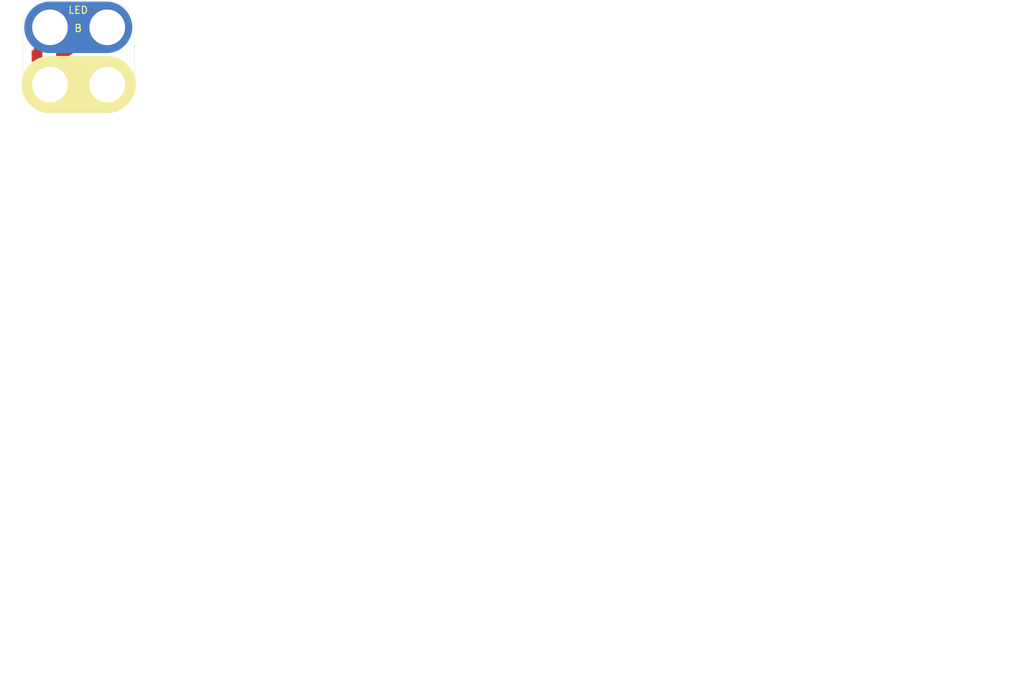
<source format=kicad_pcb>
(kicad_pcb (version 4) (host pcbnew 4.0.7-e2-6376~58~ubuntu16.04.1)

  (general
    (links 0)
    (no_connects 0)
    (area 0 0 0 0)
    (thickness 1.6)
    (drawings 2)
    (tracks 0)
    (zones 0)
    (modules 1)
    (nets 1)
  )

  (page USLetter)
  (title_block
    (title "2x2 Current-Limited Blue SMT LED Module")
    (date "08 May 2018")
    (rev 1.0)
    (company "All rights reserved.")
    (comment 1 help@browndoggadgets.com)
    (comment 2 http://browndoggadgets.com/)
    (comment 3 "Brown Dog Gadgets")
  )

  (layers
    (0 F.Cu signal)
    (31 B.Cu signal)
    (34 B.Paste user)
    (35 F.Paste user)
    (36 B.SilkS user)
    (37 F.SilkS user)
    (38 B.Mask user)
    (39 F.Mask user)
    (40 Dwgs.User user)
    (44 Edge.Cuts user)
    (46 B.CrtYd user)
    (47 F.CrtYd user)
    (48 B.Fab user)
    (49 F.Fab user)
  )

  (setup
    (last_trace_width 0.254)
    (user_trace_width 0.1524)
    (user_trace_width 0.254)
    (user_trace_width 0.3302)
    (user_trace_width 0.508)
    (user_trace_width 0.762)
    (user_trace_width 1.27)
    (trace_clearance 0.254)
    (zone_clearance 0.508)
    (zone_45_only no)
    (trace_min 0.1524)
    (segment_width 0.1524)
    (edge_width 0.1524)
    (via_size 0.6858)
    (via_drill 0.3302)
    (via_min_size 0.6858)
    (via_min_drill 0.3302)
    (user_via 0.6858 0.3302)
    (user_via 0.762 0.4064)
    (user_via 0.8636 0.508)
    (uvia_size 0.6858)
    (uvia_drill 0.3302)
    (uvias_allowed no)
    (uvia_min_size 0)
    (uvia_min_drill 0)
    (pcb_text_width 0.1524)
    (pcb_text_size 1.016 1.016)
    (mod_edge_width 0.1524)
    (mod_text_size 1.016 1.016)
    (mod_text_width 0.1524)
    (pad_size 1.524 1.524)
    (pad_drill 0.762)
    (pad_to_mask_clearance 0.0762)
    (solder_mask_min_width 0.1016)
    (pad_to_paste_clearance -0.0762)
    (aux_axis_origin 0 0)
    (visible_elements FFFEDF7D)
    (pcbplotparams
      (layerselection 0x310fc_80000001)
      (usegerberextensions true)
      (excludeedgelayer true)
      (linewidth 0.100000)
      (plotframeref false)
      (viasonmask false)
      (mode 1)
      (useauxorigin false)
      (hpglpennumber 1)
      (hpglpenspeed 20)
      (hpglpendiameter 15)
      (hpglpenoverlay 2)
      (psnegative false)
      (psa4output false)
      (plotreference true)
      (plotvalue true)
      (plotinvisibletext false)
      (padsonsilk false)
      (subtractmaskfromsilk false)
      (outputformat 1)
      (mirror false)
      (drillshape 0)
      (scaleselection 1)
      (outputdirectory gerbers))
  )

  (net 0 "")

  (net_class Default "This is the default net class."
    (clearance 0.254)
    (trace_width 0.254)
    (via_dia 0.6858)
    (via_drill 0.3302)
    (uvia_dia 0.6858)
    (uvia_drill 0.3302)
  )

  (module Crazy_Circuits:LED-SMT-1206-2x2-LIMITED (layer F.Cu) (tedit 595EEB3D) (tstamp 5AF32A07)
    (at 9.018 39.116)
    (descr "1206 surface mount centered 2x2")
    (path /5AF329E8)
    (fp_text reference LED1 (at 0 0) (layer F.SilkS)
      (effects (font (thickness 0.15)))
    )
    (fp_text value BLUE (at 4.1 -3.9) (layer F.Fab) hide
      (effects (font (size 1 1) (thickness 0.15)))
    )
    (fp_arc (start 0 0) (end 2.8 0) (angle 180) (layer F.Mask) (width 0.6))
    (fp_line (start 1.75 -4) (end 4 -5.5) (layer F.Cu) (width 1))
    (fp_line (start 3 -6.75) (end 3 -5.75) (layer F.Fab) (width 0.04064))
    (fp_line (start 5 -6.75) (end 3 -6.75) (layer F.Fab) (width 0.04064))
    (fp_line (start 5 -0.75) (end 5 -6.75) (layer F.Fab) (width 0.04064))
    (fp_line (start 3 -0.75) (end 5 -0.75) (layer F.Fab) (width 0.04064))
    (fp_line (start 3 -5.75) (end 3 -0.75) (layer F.Fab) (width 0.04064))
    (fp_line (start 3 -3) (end -3 -3) (layer F.Fab) (width 0.04064))
    (fp_line (start 3 -5) (end 3 -3) (layer F.Fab) (width 0.04064))
    (fp_line (start -3 -5) (end 3 -5) (layer F.Fab) (width 0.04064))
    (fp_line (start -3 -3) (end -3 -5) (layer F.Fab) (width 0.04064))
    (fp_text user - (at 4 -1.75) (layer F.Fab)
      (effects (font (size 1 1) (thickness 0.15)))
    )
    (fp_text user + (at 4 -5.75) (layer F.Fab)
      (effects (font (size 1 1) (thickness 0.15)))
    )
    (fp_text user LED (at 4 -3.75 90) (layer F.Fab)
      (effects (font (size 1 1) (thickness 0.15)))
    )
    (fp_text user RES (at 0 -4 180) (layer F.Fab)
      (effects (font (size 1 1) (thickness 0.15)))
    )
    (fp_line (start 0 0) (end 8 0) (layer F.SilkS) (width 8))
    (fp_text user %R (at 3.95 -4) (layer F.Fab) hide
      (effects (font (size 1 1) (thickness 0.15)))
    )
    (fp_line (start 0 0) (end 7.9 0) (layer B.Cu) (width 7.2))
    (fp_text user LED (at 3.936 -10.414 180) (layer F.SilkS)
      (effects (font (size 1 1) (thickness 0.15)))
    )
    (fp_line (start 0 0) (end 7.9 0) (layer B.Mask) (width 7.2))
    (fp_line (start 0 -8) (end 7.9 -8) (layer B.Cu) (width 7.2))
    (fp_line (start 0 -8) (end 7.9 -8) (layer B.Mask) (width 7.2))
    (fp_line (start 0.1 -1.15) (end 8.225 -1.15) (layer F.Cu) (width 2))
    (fp_line (start 7.9 -11.8) (end 0.1 -11.8) (layer Edge.Cuts) (width 0.04064))
    (fp_line (start 7.9 3.8) (end 0.1 3.8) (layer Edge.Cuts) (width 0.04064))
    (fp_line (start 11.8 -0.1) (end 11.8 -7.9) (layer Edge.Cuts) (width 0.04064))
    (fp_line (start -3.8 -0.1) (end -3.8 -7.9) (layer Edge.Cuts) (width 0.04064))
    (fp_arc (start 7.9 -7.9) (end 7.9 -11.8) (angle 90) (layer Edge.Cuts) (width 0.04064))
    (fp_arc (start 7.9 -0.1) (end 11.8 -0.1) (angle 90) (layer Edge.Cuts) (width 0.04064))
    (fp_arc (start 0.1 -0.1) (end 0.1 3.8) (angle 90) (layer Edge.Cuts) (width 0.04064))
    (fp_arc (start 0.1 -7.9) (end -3.8 -7.9) (angle 90) (layer Edge.Cuts) (width 0.04064))
    (fp_line (start 7.9 -11.8) (end 0.1 -11.8) (layer F.Fab) (width 0.04064))
    (fp_line (start 7.9 3.8) (end 0.1 3.8) (layer F.Fab) (width 0.04064))
    (fp_line (start 11.8 -0.1) (end 11.8 -7.9) (layer F.Fab) (width 0.04064))
    (fp_line (start -3.8 -0.1) (end -3.8 -7.9) (layer F.Fab) (width 0.04064))
    (fp_arc (start 7.9 -7.9) (end 7.9 -11.8) (angle 90) (layer F.Fab) (width 0.04064))
    (fp_arc (start 7.9 -0.1) (end 11.8 -0.1) (angle 90) (layer F.Fab) (width 0.04064))
    (fp_arc (start 0.1 -0.1) (end 0.1 3.8) (angle 90) (layer F.Fab) (width 0.04064))
    (fp_arc (start 0.1 -7.9) (end -3.8 -7.9) (angle 90) (layer F.Fab) (width 0.04064))
    (fp_line (start -1.75 -7) (end -1.75 -4) (layer F.Cu) (width 1))
    (fp_arc (start 8 0) (end 8 -2.8) (angle 270) (layer F.Mask) (width 0.6))
    (fp_arc (start 8 -8) (end 5.2 -8) (angle 270) (layer F.Mask) (width 0.6))
    (fp_arc (start 0 -8) (end -2.8 -8) (angle 180) (layer F.Mask) (width 0.6))
    (pad 1 smd rect (at -1.81 -4 90) (size 1.6 1.5) (layers F.Cu F.Paste F.Mask))
    (pad - thru_hole circle (at 0 0) (size 6 6) (drill 4.98) (layers *.Cu B.Mask))
    (pad + thru_hole circle (at 0 -8) (size 6 6) (drill 4.98) (layers *.Cu B.Mask))
    (pad + thru_hole circle (at 8 -8) (size 6 6) (drill 4.98) (layers *.Cu B.Mask))
    (pad - thru_hole circle (at 8 0) (size 6 6) (drill 4.98) (layers *.Cu B.Mask))
    (pad 3 smd rect (at 1.61 -4 90) (size 1.6 1.5) (layers F.Cu F.Paste F.Mask))
    (pad 2 smd rect (at 4 -2.04) (size 1.6 1.5) (layers F.Cu F.Paste F.Mask))
    (pad 3 smd rect (at 4 -5.46) (size 1.6 1.5) (layers F.Cu F.Paste F.Mask))
  )

  (gr_text B (at 12.954 31.242) (layer F.SilkS)
    (effects (font (size 1.016 1.016) (thickness 0.1524)))
  )
  (gr_text "FABRICATION NOTES\n\n1. THIS IS A 2 LAYER BOARD. \n2. EXTERNAL LAYERS SHALL HAVE 1 OZ COPPER.\n3. MATERIAL: FR4 AND 0.062 INCH +/- 10% THICK.\n4. BOARDS SHALL BE ROHS COMPLIANT. \n5. MANUFACTURE IN ACCORDANCE WITH IPC-6012 CLASS 2\n6. MASK: BOTH SIDES OF THE BOARD SHALL HAVE \n   SOLDER MASK (BLACK) OVER BARE COPPER. \n7. SILK: BOTH SIDES OF THE BOARD SHALL HAVE \n   WHITE SILKSCREEN. DO NOT PLACE SILK OVER BARE COPPER.\n8. FINISH: ENIG.\n9. MINIMUM TRACE WIDTH - 0.006 INCH.\n   MINIMUM SPACE - 0.006 INCH.\n   MINIMUM HOLE DIA - 0.013 INCH. \n10. MAX HOLE PLACEMENT TOLERANCE OF +/- 0.003 INCH.\n11. MAX HOLE DIAMETER TOLERANCE OF +/- 0.003 INCH AFTER PLATING." (at 2.032 88.9) (layer Dwgs.User)
    (effects (font (size 2.54 2.54) (thickness 0.254)) (justify left))
  )

)

</source>
